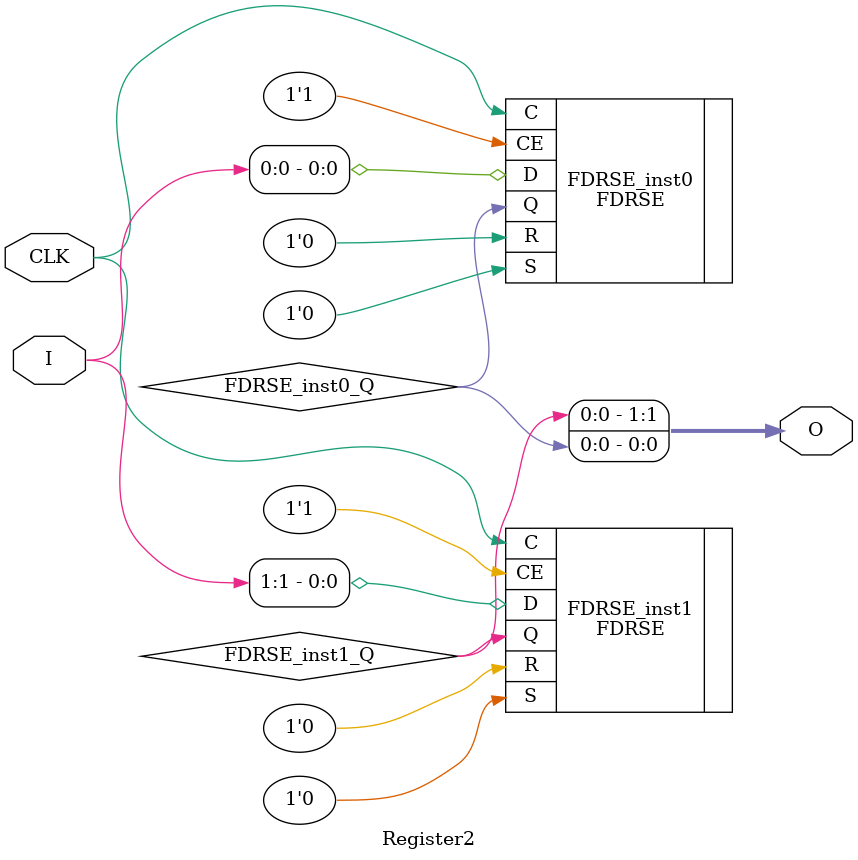
<source format=v>
module Register2 (input [1:0] I, output [1:0] O, input  CLK);
wire  FDRSE_inst0_Q;
wire  FDRSE_inst1_Q;
FDRSE #(.INIT(1'h0)) FDRSE_inst0 (.C(CLK), .CE(1'b1), .R(1'b0), .S(1'b0), .D(I[0]), .Q(FDRSE_inst0_Q));
FDRSE #(.INIT(1'h0)) FDRSE_inst1 (.C(CLK), .CE(1'b1), .R(1'b0), .S(1'b0), .D(I[1]), .Q(FDRSE_inst1_Q));
assign O = {FDRSE_inst1_Q,FDRSE_inst0_Q};
endmodule


</source>
